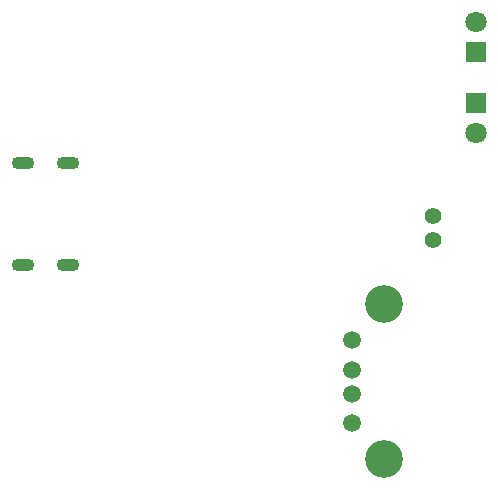
<source format=gbr>
%TF.GenerationSoftware,KiCad,Pcbnew,9.0.7*%
%TF.CreationDate,2026-01-27T16:03:40-08:00*%
%TF.ProjectId,charging-circuit,63686172-6769-46e6-972d-636972637569,rev?*%
%TF.SameCoordinates,Original*%
%TF.FileFunction,Soldermask,Bot*%
%TF.FilePolarity,Negative*%
%FSLAX46Y46*%
G04 Gerber Fmt 4.6, Leading zero omitted, Abs format (unit mm)*
G04 Created by KiCad (PCBNEW 9.0.7) date 2026-01-27 16:03:40*
%MOMM*%
%LPD*%
G01*
G04 APERTURE LIST*
%ADD10R,1.800000X1.800000*%
%ADD11C,1.800000*%
%ADD12O,1.900000X1.100000*%
%ADD13C,1.400000*%
%ADD14C,1.520000*%
%ADD15C,3.200000*%
G04 APERTURE END LIST*
D10*
%TO.C,H1*%
X88138000Y-61468000D03*
D11*
X88138000Y-58928000D03*
%TD*%
D12*
%TO.C,J1*%
X53598000Y-70864000D03*
X49788000Y-70864000D03*
X53598000Y-79504000D03*
X49788000Y-79504000D03*
%TD*%
D13*
%TO.C,U5*%
X84498218Y-77370410D03*
X84498218Y-75370410D03*
%TD*%
D14*
%TO.C,J2*%
X77616000Y-92908000D03*
X77616000Y-90408000D03*
X77616000Y-88408000D03*
X77616000Y-85908000D03*
D15*
X80316000Y-95978000D03*
X80316000Y-82838000D03*
%TD*%
D10*
%TO.C,H2*%
X88138000Y-65786000D03*
D11*
X88138000Y-68326000D03*
%TD*%
M02*

</source>
